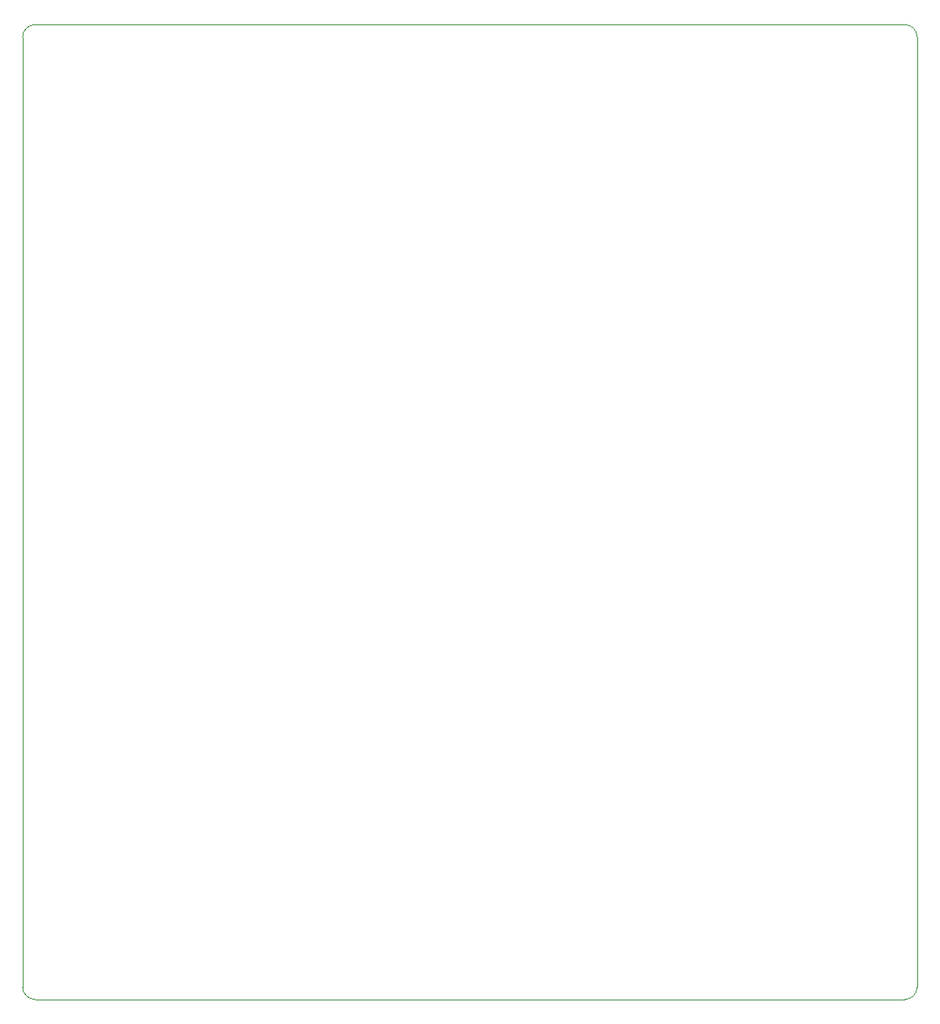
<source format=gbr>
G04 #@! TF.GenerationSoftware,KiCad,Pcbnew,(5.1.0)-1*
G04 #@! TF.CreationDate,2021-03-29T23:12:55+02:00*
G04 #@! TF.ProjectId,Magnetsteuerung,4d61676e-6574-4737-9465-756572756e67,rev?*
G04 #@! TF.SameCoordinates,Original*
G04 #@! TF.FileFunction,Profile,NP*
%FSLAX46Y46*%
G04 Gerber Fmt 4.6, Leading zero omitted, Abs format (unit mm)*
G04 Created by KiCad (PCBNEW (5.1.0)-1) date 2021-03-29 23:12:55*
%MOMM*%
%LPD*%
G04 APERTURE LIST*
%ADD10C,0.050000*%
G04 APERTURE END LIST*
D10*
X178750000Y-32000000D02*
G75*
G02X180000000Y-33250000I0J-1250000D01*
G01*
X90000000Y-33250000D02*
G75*
G02X91250000Y-32000000I1250000J0D01*
G01*
X91250000Y-130000000D02*
G75*
G02X90000000Y-128750000I0J1250000D01*
G01*
X180000000Y-128750000D02*
G75*
G02X178750000Y-130000000I-1250000J0D01*
G01*
X90000000Y-128750000D02*
X90000000Y-33250000D01*
X178750000Y-32000000D02*
X91250000Y-32000000D01*
X180000000Y-128750000D02*
X180000000Y-33250000D01*
X91250000Y-130000000D02*
X178750000Y-130000000D01*
M02*

</source>
